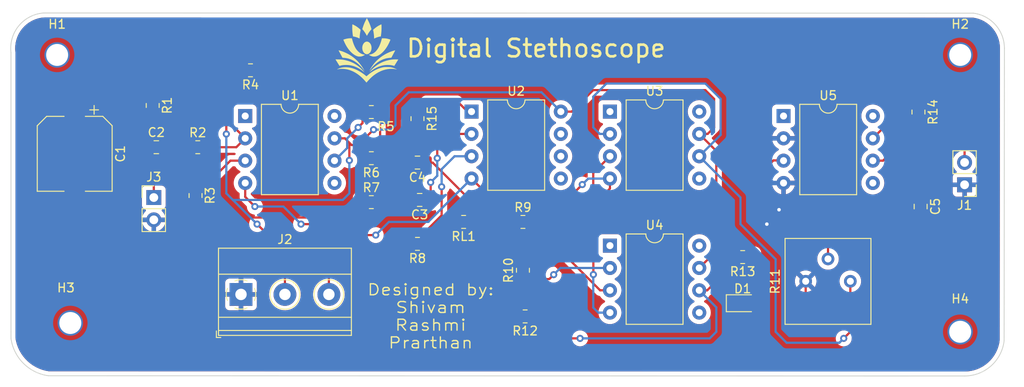
<source format=kicad_pcb>
(kicad_pcb (version 20211014) (generator pcbnew)
  (layers (0 "F.Cu" signal) (31 "B.Cu" signal) (34 "B.Paste" user) (35 "F.Paste" user) (36 "B.SilkS" user "B.Silkscreen") (37 "F.SilkS" user "F.Silkscreen") (38 "B.Mask" user) (39 "F.Mask" user) (44 "Edge.Cuts" user))
  (net 0 "")
  (net 1 "Net-(C2-Pad1)")
  (net 2 "Net-(C2-Pad2)")
  (net 3 "Net-(C3-Pad1)")
  (net 4 "Net-(C3-Pad2)")
  (net 5 "Net-(C4-Pad1)")
  (net 6 "Net-(C5-Pad1)")
  (net 7 "GND")
  (net 8 "Net-(D1-Pad1)")
  (net 9 "Net-(J1-Pad2)")
  (net 10 "9V")
  (net 11 "Net-(R2-Pad2)")
  (net 12 "Net-(R3-Pad1)")
  (net 13 "Net-(R4-Pad1)")
  (net 14 "Net-(R5-Pad1)")
  (net 15 "Net-(R8-Pad1)")
  (net 16 "Net-(R9-Pad2)")
  (net 17 "Net-(R10-Pad1)")
  (net 18 "Net-(R11-Pad1)")
  (net 19 "Net-(R11-Pad2)")
  (net 20 "Net-(R12-Pad1)")
  (net 33 "-9V")
  (footprint "Resistor_SMD:R_0805_2012Metric_Pad1.20x1.40mm_HandSolder" (layer "F.Cu") (at 101.535 85.17 180)
    (fp_text reference "R8" (at 0 -1.65) (layer "F.SilkS"))
    (fp_text value "300K")
    (pad "1" smd roundrect (at -1 0 180) (size 1.2 1.4) (layers "F.Cu" "F.Paste" "F.Mask") (roundrect_rratio 0.2083333333) (net 15 "Net-(R8-Pad1)"))
    (pad "2" smd roundrect (at 1 0 180) (size 1.2 1.4) (layers "F.Cu" "F.Paste" "F.Mask") (roundrect_rratio 0.2083333333) (net 7 "GND"))
  )
  (footprint "Resistor_SMD:R_0805_2012Metric_Pad1.20x1.40mm_HandSolder" (layer "F.Cu") (at 76.535 74.17)
    (fp_text reference "R2" (at 0 -1.65) (layer "F.SilkS"))
    (fp_text value "2.2K")
    (pad "1" smd roundrect (at -1 0) (size 1.2 1.4) (layers "F.Cu" "F.Paste" "F.Mask") (roundrect_rratio 0.2083333333) (net 2 "Net-(C2-Pad2)"))
    (pad "2" smd roundrect (at 1 0) (size 1.2 1.4) (layers "F.Cu" "F.Paste" "F.Mask") (roundrect_rratio 0.2083333333) (net 11 "Net-(R2-Pad2)"))
  )
  (footprint "Resistor_SMD:R_0805_2012Metric_Pad1.20x1.40mm_HandSolder" (layer "F.Cu") (at 96.285 70.17 180)
    (fp_text reference "R5" (at -1.666666 -1.65) (layer "F.SilkS"))
    (fp_text value "33K")
    (pad "1" smd roundrect (at -1 0 180) (size 1.2 1.4) (layers "F.Cu" "F.Paste" "F.Mask") (roundrect_rratio 0.2083333333) (net 14 "Net-(R5-Pad1)"))
    (pad "2" smd roundrect (at 1 0 180) (size 1.2 1.4) (layers "F.Cu" "F.Paste" "F.Mask") (roundrect_rratio 0.2083333333) (net 13 "Net-(R4-Pad1)"))
  )
  (footprint "Resistor_SMD:R_0805_2012Metric_Pad1.20x1.40mm_HandSolder" (layer "F.Cu") (at 82.535 65.42 180)
    (fp_text reference "R4" (at 0 -1.65) (layer "F.SilkS"))
    (fp_text value "47K")
    (pad "1" smd roundrect (at -1 0 180) (size 1.2 1.4) (layers "F.Cu" "F.Paste" "F.Mask") (roundrect_rratio 0.2083333333) (net 13 "Net-(R4-Pad1)"))
    (pad "2" smd roundrect (at 1 0 180) (size 1.2 1.4) (layers "F.Cu" "F.Paste" "F.Mask") (roundrect_rratio 0.2083333333) (net 11 "Net-(R2-Pad2)"))
  )
  (footprint "Resistor_SMD:R_0805_2012Metric_Pad1.20x1.40mm_HandSolder" (layer "F.Cu") (at 138.535 86.67 180)
    (fp_text reference "R13" (at 0 -1.65) (layer "F.SilkS"))
    (fp_text value "1K")
    (pad "1" smd roundrect (at -1 0 180) (size 1.2 1.4) (layers "F.Cu" "F.Paste" "F.Mask") (roundrect_rratio 0.2083333333) (net 8 "Net-(D1-Pad1)"))
    (pad "2" smd roundrect (at 1 0 180) (size 1.2 1.4) (layers "F.Cu" "F.Paste" "F.Mask") (roundrect_rratio 0.2083333333) (net 20 "Net-(R12-Pad1)"))
  )
  (footprint "Resistor_SMD:R_0805_2012Metric_Pad1.20x1.40mm_HandSolder" (layer "F.Cu") (at 96.285 80.42)
    (fp_text reference "R7" (at 0 -1.65) (layer "F.SilkS"))
    (fp_text value "300K")
    (pad "1" smd roundrect (at -1 0) (size 1.2 1.4) (layers "F.Cu" "F.Paste" "F.Mask") (roundrect_rratio 0.2083333333) (net 4 "Net-(C3-Pad2)"))
    (pad "2" smd roundrect (at 1 0) (size 1.2 1.4) (layers "F.Cu" "F.Paste" "F.Mask") (roundrect_rratio 0.2083333333) (net 7 "GND"))
  )
  (footprint "Connector_PinHeader_2.54mm:PinHeader_1x02_P2.54mm_Vertical" (layer "F.Cu") (at 163.785 78.445 180)
    (fp_text reference "J1" (at 0 -2.33) (layer "F.SilkS"))
    (fp_text value "Conn_01x02_Male")
    (pad "1" thru_hole rect (at 0 0 180) (size 1.7 1.7) (drill 1) (layers *.Cu *.Mask) (net 7 "GND"))
    (pad "2" thru_hole oval (at 0 2.54 180) (size 1.7 1.7) (drill 1) (layers *.Cu *.Mask) (net 9 "Net-(J1-Pad2)"))
  )
  (footprint "Resistor_SMD:R_0805_2012Metric_Pad1.20x1.40mm_HandSolder" (layer "F.Cu") (at 113.535 88.17 90)
    (fp_text reference "R10" (at 0 -1.65 90) (layer "F.SilkS"))
    (fp_text value "4.7K")
    (pad "1" smd roundrect (at -1 0 90) (size 1.2 1.4) (layers "F.Cu" "F.Paste" "F.Mask") (roundrect_rratio 0.2083333333) (net 17 "Net-(R10-Pad1)"))
    (pad "2" smd roundrect (at 1 0 90) (size 1.2 1.4) (layers "F.Cu" "F.Paste" "F.Mask") (roundrect_rratio 0.2083333333) (net 7 "GND"))
  )
  (footprint "Potentiometer_THT:Potentiometer_Bourns_3386P_Vertical" (layer "F.Cu") (at 150.785 89.42 90)
    (fp_text reference "R11" (at -0.015 -8.555 90) (layer "F.SilkS"))
    (fp_text value "5K")
    (pad "1" thru_hole circle (at 0 0 90) (size 1.44 1.44) (drill 0.8) (layers *.Cu *.Mask) (net 18 "Net-(R11-Pad1)"))
    (pad "2" thru_hole circle (at 2.54 -2.54 90) (size 1.44 1.44) (drill 0.8) (layers *.Cu *.Mask) (net 19 "Net-(R11-Pad2)"))
    (pad "3" thru_hole circle (at 0 -5.08 90) (size 1.44 1.44) (drill 0.8) (layers *.Cu *.Mask) (net 7 "GND"))
  )
  (footprint "Capacitor_SMD:C_0805_2012Metric_Pad1.18x1.45mm_HandSolder" (layer "F.Cu") (at 158.785 80.92 -90)
    (fp_text reference "C5" (at 0 -1.68 90) (layer "F.SilkS"))
    (fp_text value "100nF")
    (pad "1" smd roundrect (at -1.0375 0 270) (size 1.175 1.45) (layers "F.Cu" "F.Paste" "F.Mask") (roundrect_rratio 0.2127659574) (net 6 "Net-(C5-Pad1)"))
    (pad "2" smd roundrect (at 1.0375 0 270) (size 1.175 1.45) (layers "F.Cu" "F.Paste" "F.Mask") (roundrect_rratio 0.2127659574) (net 7 "GND"))
  )
  (footprint "Package_DIP:DIP-8_W10.16mm" (layer "F.Cu") (at 123.435 85.37)
    (fp_text reference "U4" (at 5.08 -2.33) (layer "F.SilkS"))
    (fp_text value "LM741")
    (pad "1" thru_hole rect (at 0 0) (size 1.6 1.6) (drill 0.8) (layers *.Cu *.Mask))
    (pad "2" thru_hole oval (at 0 2.54) (size 1.6 1.6) (drill 0.8) (layers *.Cu *.Mask) (net 17 "Net-(R10-Pad1)"))
    (pad "3" thru_hole oval (at 0 5.08) (size 1.6 1.6) (drill 0.8) (layers *.Cu *.Mask) (net 16 "Net-(R9-Pad2)"))
    (pad "4" thru_hole oval (at 0 7.62) (size 1.6 1.6) (drill 0.8) (layers *.Cu *.Mask) (net 33 "-9V"))
    (pad "5" thru_hole oval (at 10.16 7.62) (size 1.6 1.6) (drill 0.8) (layers *.Cu *.Mask))
    (pad "6" thru_hole oval (at 10.16 5.08) (size 1.6 1.6) (drill 0.8) (layers *.Cu *.Mask) (net 20 "Net-(R12-Pad1)"))
    (pad "7" thru_hole oval (at 10.16 2.54) (size 1.6 1.6) (drill 0.8) (layers *.Cu *.Mask) (net 10 "9V"))
    (pad "8" thru_hole oval (at 10.16 0) (size 1.6 1.6) (drill 0.8) (layers *.Cu *.Mask))
  )
  (footprint "Capacitor_SMD:CP_Elec_8x11.9" (layer "F.Cu") (at 62.535 74.92 -90)
    (fp_text reference "C1" (at 0 -5.2 90) (layer "F.SilkS"))
    (fp_text value "470uF")
    (pad "1" smd roundrect (at -3.475 0 270) (size 4.15 1.9) (layers "F.Cu" "F.Paste" "F.Mask") (roundrect_rratio 0.1315789474) (net 10 "9V"))
    (pad "2" smd roundrect (at 3.475 0 270) (size 4.15 1.9) (layers "F.Cu" "F.Paste" "F.Mask") (roundrect_rratio 0.1315789474) (net 7 "GND"))
  )
  (footprint "Resistor_SMD:R_0805_2012Metric_Pad1.20x1.40mm_HandSolder" (layer "F.Cu") (at 101.535 70.92 -90)
    (fp_text reference "R15" (at 0 -1.65 90) (layer "F.SilkS"))
    (fp_text value "300K")
    (pad "1" smd roundrect (at -1 0 270) (size 1.2 1.4) (layers "F.Cu" "F.Paste" "F.Mask") (roundrect_rratio 0.2083333333) (net 5 "Net-(C4-Pad1)"))
    (pad "2" smd roundrect (at 1 0 270) (size 1.2 1.4) (layers "F.Cu" "F.Paste" "F.Mask") (roundrect_rratio 0.2083333333) (net 3 "Net-(C3-Pad1)"))
  )
  (footprint "Package_DIP:DIP-8_W10.16mm" (layer "F.Cu") (at 107.685 70.12)
    (fp_text reference "U2" (at 5.08 -2.33) (layer "F.SilkS"))
    (fp_text value "TL082")
    (pad "1" thru_hole rect (at 0 0) (size 1.6 1.6) (drill 0.8) (layers *.Cu *.Mask) (net 5 "Net-(C4-Pad1)"))
    (pad "2" thru_hole oval (at 0 2.54) (size 1.6 1.6) (drill 0.8) (layers *.Cu *.Mask) (net 3 "Net-(C3-Pad1)"))
    (pad "3" thru_hole oval (at 0 5.08) (size 1.6 1.6) (drill 0.8) (layers *.Cu *.Mask) (net 15 "Net-(R8-Pad1)"))
    (pad "4" thru_hole oval (at 0 7.62) (size 1.6 1.6) (drill 0.8) (layers *.Cu *.Mask) (net 33 "-9V"))
    (pad "5" thru_hole oval (at 10.16 7.62) (size 1.6 1.6) (drill 0.8) (layers *.Cu *.Mask))
    (pad "6" thru_hole oval (at 10.16 5.08) (size 1.6 1.6) (drill 0.8) (layers *.Cu *.Mask))
    (pad "7" thru_hole oval (at 10.16 2.54) (size 1.6 1.6) (drill 0.8) (layers *.Cu *.Mask))
    (pad "8" thru_hole oval (at 10.16 0) (size 1.6 1.6) (drill 0.8) (layers *.Cu *.Mask) (net 10 "9V"))
  )
  (footprint "Package_DIP:DIP-8_W10.16mm" (layer "F.Cu") (at 143.185 70.62)
    (fp_text reference "U5" (at 5.08 -2.33) (layer "F.SilkS"))
    (fp_text value "LM741")
    (pad "1" thru_hole rect (at 0 0) (size 1.6 1.6) (drill 0.8) (layers *.Cu *.Mask))
    (pad "2" thru_hole oval (at 0 2.54) (size 1.6 1.6) (drill 0.8) (layers *.Cu *.Mask) (net 7 "GND"))
    (pad "3" thru_hole oval (at 0 5.08) (size 1.6 1.6) (drill 0.8) (layers *.Cu *.Mask) (net 19 "Net-(R11-Pad2)"))
    (pad "4" thru_hole oval (at 0 7.62) (size 1.6 1.6) (drill 0.8) (layers *.Cu *.Mask) (net 7 "GND"))
    (pad "5" thru_hole oval (at 10.16 7.62) (size 1.6 1.6) (drill 0.8) (layers *.Cu *.Mask))
    (pad "6" thru_hole oval (at 10.16 5.08) (size 1.6 1.6) (drill 0.8) (layers *.Cu *.Mask) (net 9 "Net-(J1-Pad2)"))
    (pad "7" thru_hole oval (at 10.16 2.54) (size 1.6 1.6) (drill 0.8) (layers *.Cu *.Mask) (net 10 "9V"))
    (pad "8" thru_hole oval (at 10.16 0) (size 1.6 1.6) (drill 0.8) (layers *.Cu *.Mask))
  )
  (footprint "Resistor_SMD:R_0805_2012Metric_Pad1.20x1.40mm_HandSolder" (layer "F.Cu") (at 158.535 70.17 -90)
    (fp_text reference "R14" (at 0 -1.65 90) (layer "F.SilkS"))
    (fp_text value "3.9Ohm")
    (pad "1" smd roundrect (at -1 0 270) (size 1.2 1.4) (layers "F.Cu" "F.Paste" "F.Mask") (roundrect_rratio 0.2083333333) (net 9 "Net-(J1-Pad2)"))
    (pad "2" smd roundrect (at 1 0 270) (size 1.2 1.4) (layers "F.Cu" "F.Paste" "F.Mask") (roundrect_rratio 0.2083333333) (net 6 "Net-(C5-Pad1)"))
  )
  (footprint "Package_DIP:DIP-8_W10.16mm" (layer "F.Cu") (at 123.435 70.12)
    (fp_text reference "U3" (at 5.08 -2.33) (layer "F.SilkS"))
    (fp_text value "LM741")
    (pad "1" thru_hole rect (at 0 0) (size 1.6 1.6) (drill 0.8) (layers *.Cu *.Mask))
    (pad "2" thru_hole oval (at 0 2.54) (size 1.6 1.6) (drill 0.8) (layers *.Cu *.Mask) (net 18 "Net-(R11-Pad1)"))
    (pad "3" thru_hole oval (at 0 5.08) (size 1.6 1.6) (drill 0.8) (layers *.Cu *.Mask) (net 5 "Net-(C4-Pad1)"))
    (pad "4" thru_hole oval (at 0 7.62) (size 1.6 1.6) (drill 0.8) (layers *.Cu *.Mask) (net 33 "-9V"))
    (pad "5" thru_hole oval (at 10.16 7.62) (size 1.6 1.6) (drill 0.8) (layers *.Cu *.Mask))
    (pad "6" thru_hole oval (at 10.16 5.08) (size 1.6 1.6) (drill 0.8) (layers *.Cu *.Mask) (net 18 "Net-(R11-Pad1)"))
    (pad "7" thru_hole oval (at 10.16 2.54) (size 1.6 1.6) (drill 0.8) (layers *.Cu *.Mask) (net 10 "9V"))
    (pad "8" thru_hole oval (at 10.16 0) (size 1.6 1.6) (drill 0.8) (layers *.Cu *.Mask))
  )
  (footprint "logo:iitdh_logo" (layer "F.Cu") (at 95.785 63.17)
    (fp_text reference "G***" hide)
    (fp_text value "LOGO" hide)
  )
  (footprint "LED_SMD:LED_0805_2012Metric_Pad1.15x1.40mm_HandSolder" (layer "F.Cu") (at 138.535 91.92)
    (fp_text reference "D1" (at 0 -1.65) (layer "F.SilkS"))
    (fp_text value "LED_Dual_Bidirectional")
    (pad "1" smd roundrect (at -1.025 0) (size 1.15 1.4) (layers "F.Cu" "F.Paste" "F.Mask") (roundrect_rratio 0.2173913043) (net 8 "Net-(D1-Pad1)"))
    (pad "2" smd roundrect (at 1.025 0) (size 1.15 1.4) (layers "F.Cu" "F.Paste" "F.Mask") (roundrect_rratio 0.2173913043) (net 7 "GND"))
  )
  (footprint "Resistor_SMD:R_0805_2012Metric_Pad1.20x1.40mm_HandSolder" (layer "F.Cu") (at 96.285 75.42 180)
    (fp_text reference "R6" (at 0 -1.65) (layer "F.SilkS"))
    (fp_text value "152K")
    (pad "1" smd roundrect (at -1 0 180) (size 1.2 1.4) (layers "F.Cu" "F.Paste" "F.Mask") (roundrect_rratio 0.2083333333) (net 14 "Net-(R5-Pad1)"))
    (pad "2" smd roundrect (at 1 0 180) (size 1.2 1.4) (layers "F.Cu" "F.Paste" "F.Mask") (roundrect_rratio 0.2083333333) (net 4 "Net-(C3-Pad2)"))
  )
  (footprint "MountingHole:MountingHole_2.5mm_Pad_TopOnly" (layer "F.Cu") (at 62.035 94.17)
    (fp_text reference "H3" (at -0.5 -4) (layer "F.SilkS"))
    (fp_text value "MountingHole")
    (pad "3" connect circle (at 0 0) (size 5 5) (layers "F.Cu" "F.Mask"))
    (pad "3" thru_hole circle (at 0 0) (size 2.9 2.9) (drill 2.5) (layers *.Cu *.Mask))
  )
  (footprint "MountingHole:MountingHole_2.5mm_Pad_TopOnly" (layer "F.Cu") (at 60.535 63.67)
    (fp_text reference "H1" (at 0 -3.5) (layer "F.SilkS"))
    (fp_text value "MountingHole")
    (pad "1" connect circle (at 0 0) (size 5 5) (layers "F.Cu" "F.Mask"))
    (pad "1" thru_hole circle (at 0 0) (size 2.9 2.9) (drill 2.5) (layers *.Cu *.Mask))
  )
  (footprint "Capacitor_SMD:C_0805_2012Metric_Pad1.18x1.45mm_HandSolder" (layer "F.Cu") (at 101.535 75.92 180)
    (fp_text reference "C4" (at 0.000002 -1.68) (layer "F.SilkS"))
    (fp_text value "10nF")
    (pad "1" smd roundrect (at -1.0375 0 180) (size 1.175 1.45) (layers "F.Cu" "F.Paste" "F.Mask") (roundrect_rratio 0.2127659574) (net 5 "Net-(C4-Pad1)"))
    (pad "2" smd roundrect (at 1.0375 0 180) (size 1.175 1.45) (layers "F.Cu" "F.Paste" "F.Mask") (roundrect_rratio 0.2127659574) (net 4 "Net-(C3-Pad2)"))
  )
  (footprint "MountingHole:MountingHole_2.5mm_Pad_TopOnly" (layer "F.Cu") (at 163.285 63.67)
    (fp_text reference "H2" (at 0 -3.5) (layer "F.SilkS"))
    (fp_text value "MountingHole")
    (pad "2" connect circle (at 0 0) (size 5 5) (layers "F.Cu" "F.Mask"))
    (pad "2" thru_hole circle (at 0 0) (size 2.9 2.9) (drill 2.5) (layers *.Cu *.Mask))
  )
  (footprint "TerminalBlock_Phoenix:TerminalBlock_Phoenix_MKDS-1,5-3_1x03_P5.00mm_Horizontal" (layer "F.Cu") (at 81.455 90.92)
    (fp_text reference "J2" (at 5 -6.26) (layer "F.SilkS"))
    (fp_text value "Screw_Terminal_01x03")
    (pad "1" thru_hole rect (at 0 0) (size 2.6 2.6) (drill 1.3) (layers *.Cu *.Mask) (net 7 "GND"))
    (pad "2" thru_hole circle (at 5 0) (size 2.6 2.6) (drill 1.3) (layers *.Cu *.Mask) (net 10 "9V"))
    (pad "3" thru_hole circle (at 10 0) (size 2.6 2.6) (drill 1.3) (layers *.Cu *.Mask) (net 33 "-9V"))
  )
  (footprint "Capacitor_SMD:C_0805_2012Metric_Pad1.18x1.45mm_HandSolder" (layer "F.Cu") (at 101.785 80.17 180)
    (fp_text reference "C3" (at 0 -1.68) (layer "F.SilkS"))
    (fp_text value "10nF")
    (pad "1" smd roundrect (at -1.0375 0 180) (size 1.175 1.45) (layers "F.Cu" "F.Paste" "F.Mask") (roundrect_rratio 0.2127659574) (net 3 "Net-(C3-Pad1)"))
    (pad "2" smd roundrect (at 1.0375 0 180) (size 1.175 1.45) (layers "F.Cu" "F.Paste" "F.Mask") (roundrect_rratio 0.2127659574) (net 4 "Net-(C3-Pad2)"))
  )
  (footprint "MountingHole:MountingHole_2.5mm_Pad_TopOnly" (layer "F.Cu") (at 163.285 95.17)
    (fp_text reference "H4" (at 0 -3.75) (layer "F.SilkS"))
    (fp_text value "MountingHole")
    (pad "4" connect circle (at 0 0) (size 5 5) (layers "F.Cu" "F.Mask"))
    (pad "4" thru_hole circle (at 0 0) (size 2.9 2.9) (drill 2.5) (layers *.Cu *.Mask))
  )
  (footprint "Package_DIP:DIP-8_W10.16mm" (layer "F.Cu") (at 81.935 70.62)
    (fp_text reference "U1" (at 5.08 -2.33) (layer "F.SilkS"))
    (fp_text value "LM741")
    (pad "1" thru_hole rect (at 0 0) (size 1.6 1.6) (drill 0.8) (layers *.Cu *.Mask))
    (pad "2" thru_hole oval (at 0 2.54) (size 1.6 1.6) (drill 0.8) (layers *.Cu *.Mask) (net 11 "Net-(R2-Pad2)"))
    (pad "3" thru_hole oval (at 0 5.08) (size 1.6 1.6) (drill 0.8) (layers *.Cu *.Mask) (net 12 "Net-(R3-Pad1)"))
    (pad "4" thru_hole oval (at 0 7.62) (size 1.6 1.6) (drill 0.8) (layers *.Cu *.Mask) (net 33 "-9V"))
    (pad "5" thru_hole oval (at 10.16 7.62) (size 1.6 1.6) (drill 0.8) (layers *.Cu *.Mask))
    (pad "6" thru_hole oval (at 10.16 5.08) (size 1.6 1.6) (drill 0.8) (layers *.Cu *.Mask) (net 13 "Net-(R4-Pad1)"))
    (pad "7" thru_hole oval (at 10.16 2.54) (size 1.6 1.6) (drill 0.8) (layers *.Cu *.Mask) (net 10 "9V"))
    (pad "8" thru_hole oval (at 10.16 0) (size 1.6 1.6) (drill 0.8) (layers *.Cu *.Mask))
  )
  (footprint "Resistor_SMD:R_0805_2012Metric_Pad1.20x1.40mm_HandSolder" (layer "F.Cu") (at 113.785 93.42 180)
    (fp_text reference "R12" (at 0 -1.65) (layer "F.SilkS"))
    (fp_text value "330K")
    (pad "1" smd roundrect (at -1 0 180) (size 1.2 1.4) (layers "F.Cu" "F.Paste" "F.Mask") (roundrect_rratio 0.2083333333) (net 20 "Net-(R12-Pad1)"))
    (pad "2" smd roundrect (at 1 0 180) (size 1.2 1.4) (layers "F.Cu" "F.Paste" "F.Mask") (roundrect_rratio 0.2083333333) (net 17 "Net-(R10-Pad1)"))
  )
  (footprint "Resistor_SMD:R_0805_2012Metric_Pad1.20x1.40mm_HandSolder" (layer "F.Cu") (at 71.41 69.42 -90)
    (fp_text reference "R1" (at 0 -1.65 90) (layer "F.SilkS"))
    (fp_text value "10K")
    (pad "1" smd roundrect (at -1 0 270) (size 1.2 1.4) (layers "F.Cu" "F.Paste" "F.Mask") (roundrect_rratio 0.2083333333) (net 10 "9V"))
    (pad "2" smd roundrect (at 1 0 270) (size 1.2 1.4) (layers "F.Cu" "F.Paste" "F.Mask") (roundrect_rratio 0.2083333333) (net 1 "Net-(C2-Pad1)"))
  )
  (footprint "Resistor_SMD:R_0805_2012Metric_Pad1.20x1.40mm_HandSolder" (layer "F.Cu") (at 76.285 79.67 -90)
    (fp_text reference "R3" (at 0 -1.65 90) (layer "F.SilkS"))
    (fp_text value "2.2K")
    (pad "1" smd roundrect (at -1 0 270) (size 1.2 1.4) (layers "F.Cu" "F.Paste" "F.Mask") (roundrect_rratio 0.2083333333) (net 12 "Net-(R3-Pad1)"))
    (pad "2" smd roundrect (at 1 0 270) (size 1.2 1.4) (layers "F.Cu" "F.Paste" "F.Mask") (roundrect_rratio 0.2083333333) (net 7 "GND"))
  )
  (footprint "Resistor_SMD:R_0805_2012Metric_Pad1.20x1.40mm_HandSolder" (layer "F.Cu") (at 113.535 82.67)
    (fp_text reference "R9" (at 0 -1.65) (layer "F.SilkS"))
    (fp_text value "2.2K")
    (pad "1" smd roundrect (at -1 0) (size 1.2 1.4) (layers "F.Cu" "F.Paste" "F.Mask") (roundrect_rratio 0.2083333333) (net 5 "Net-(C4-Pad1)"))
    (pad "2" smd roundrect (at 1 0) (size 1.2 1.4) (layers "F.Cu" "F.Paste" "F.Mask") (roundrect_rratio 0.2083333333) (net 16 "Net-(R9-Pad2)"))
  )
  (footprint "Connector_PinHeader_2.54mm:PinHeader_1x02_P2.54mm_Vertical" (layer "F.Cu") (at 71.535 79.895)
    (fp_text reference "J3" (at 0 -2.33) (layer "F.SilkS"))
    (fp_text value "Conn_01x02_Male")
    (pad "1" thru_hole rect (at 0 0) (size 1.7 1.7) (drill 1) (layers *.Cu *.Mask) (net 1 "Net-(C2-Pad1)"))
    (pad "2" thru_hole oval (at 0 2.54) (size 1.7 1.7) (drill 1) (layers *.Cu *.Mask) (net 7 "GND"))
  )
  (footprint "Capacitor_SMD:C_0805_2012Metric_Pad1.18x1.45mm_HandSolder" (layer "F.Cu") (at 71.8225 74.17)
    (fp_text reference "C2" (at 0 -1.68) (layer "F.SilkS"))
    (fp_text value "47nF")
    (pad "1" smd roundrect (at -1.0375 0) (size 1.175 1.45) (layers "F.Cu" "F.Paste" "F.Mask") (roundrect_rratio 0.2127659574) (net 1 "Net-(C2-Pad1)"))
    (pad "2" smd roundrect (at 1.0375 0) (size 1.175 1.45) (layers "F.Cu" "F.Paste" "F.Mask") (roundrect_rratio 0.2127659574) (net 2 "Net-(C2-Pad2)"))
  )
  (footprint "Resistor_SMD:R_0805_2012Metric_Pad1.20x1.40mm_HandSolder" (layer "F.Cu") (at 106.785 82.67 180)
    (fp_text reference "RL1" (at 0 -1.65) (layer "F.SilkS"))
    (fp_text value "10K")
    (pad "1" smd roundrect (at -1 0 180) (size 1.2 1.4) (layers "F.Cu" "F.Paste" "F.Mask") (roundrect_rratio 0.2083333333) (net 5 "Net-(C4-Pad1)"))
    (pad "2" smd roundrect (at 1 0 180) (size 1.2 1.4) (layers "F.Cu" "F.Paste" "F.Mask") (roundrect_rratio 0.2083333333) (net 7 "GND"))
  )
  (gr_line (start 59.535 100.17) (end 163.785 100.197692) (layer "Edge.Cuts") (width 0.1))
  (gr_line (start 55.285 95.17) (end 55.285001 95.92) (layer "Edge.Cuts") (width 0.1))
  (gr_line (start 168.316128 62.92) (end 168.285 96.17) (layer "Edge.Cuts") (width 0.1))
  (gr_arc (start 59.535 100.17) (mid 56.696331 98.75867) (end 55.285001 95.92) (layer "Edge.Cuts") (width 0.1))
  (gr_line (start 160.535 58.92) (end 164.785 58.92) (layer "Edge.Cuts") (width 0.1))
  (gr_arc (start 55.285001 63.42) (mid 56.181176 60.34779) (end 59.033545 58.896722) (layer "Edge.Cuts") (width 0.1))
  (gr_line (start 55.285001 63.42) (end 55.285 95.17) (layer "Edge.Cuts") (width 0.1))
  (gr_arc (start 168.284999 96.17) (mid 166.804615 99.04371) (end 163.785 100.197692) (layer "Edge.Cuts") (width 0.1))
  (gr_arc (start 164.785 58.920001) (mid 167.307049 60.252189) (end 168.316128 62.92) (layer "Edge.Cuts") (width 0.1))
  (gr_line (start 59.033545 58.896722) (end 160.535 58.92) (layer "Edge.Cuts") (width 0.1))
  (gr_text "Designed by:\nShivam\nRashmi\nPrarthan\n\n\n" (at 103.035 95.42) (layer "F.SilkS") (effects (font (size 1.25 1.5))))
  (gr_text "Digital Stethoscope" (at 115.035 62.92) (layer "F.SilkS") (effects (font (size 2 2) (thickness 0.3))))
  (segment (start 70.035 76.92) (end 71.535 78.42) (width 0.25) (layer "F.Cu") (net 1))
  (segment (start 69.785 73.17) (end 70.785 74.17) (width 0.25) (layer "F.Cu") (net 1))
  (segment (start 69.785 70.92) (end 69.785 73.17) (width 0.25) (layer "F.Cu") (net 1))
  (segment (start 70.785 74.17) (end 70.035 74.92) (width 0.25) (layer "F.Cu") (net 1))
  (segment (start 71.41 70.42) (end 70.285 70.42) (width 0.25) (layer "F.Cu") (net 1))
  (segment (start 71.535 78.42) (end 71.535 79.895) (width 0.25) (layer "F.Cu") (net 1))
  (segment (start 70.285 70.42) (end 69.785 70.92) (width 0.25) (layer "F.Cu") (net 1))
  (segment (start 70.035 74.92) (end 70.035 76.92) (width 0.25) (layer "F.Cu") (net 1))
  (segment (start 72.86 74.17) (end 75.535 74.17) (width 0.25) (layer "F.Cu") (net 2))
  (segment (start 103.035 78.17) (end 103.035 79.9575) (width 0.25) (layer "F.Cu") (net 3))
  (segment (start 103.785 74.17) (end 103.785 75.42) (width 0.25) (layer "F.Cu") (net 3))
  (segment (start 101.535 71.92) (end 102.275 72.66) (width 0.25) (layer "F.Cu") (net 3))
  (segment (start 101.535 71.92) (end 103.785 74.17) (width 0.25) (layer "F.Cu") (net 3))
  (segment (start 102.275 72.66) (end 107.685 72.66) (width 0.25) (layer "F.Cu") (net 3))
  (segment (start 103.035 79.9575) (end 102.8225 80.17) (width 0.25) (layer "F.Cu") (net 3))
  (via (at 103.785 75.42) (size 0.8) (drill 0.4) (layers "F.Cu" "B.Cu") (net 3))
  (via (at 103.035 78.17) (size 0.8) (drill 0.4) (layers "F.Cu" "B.Cu") (net 3))
  (segment (start 103.785 77.42) (end 103.035 78.17) (width 0.25) (layer "B.Cu") (net 3))
  (segment (start 103.785 75.42) (end 103.785 77.42) (width 0.25) (layer "B.Cu") (net 3))
  (segment (start 100.4975 75.92) (end 99.2475 77.17) (width 0.25) (layer "F.Cu") (net 4))
  (segment (start 99.2475 77.6325) (end 99.2475 78.67) (width 0.25) (layer "F.Cu") (net 4))
  (segment (start 95.785 77.17) (end 96.785 78.17) (width 0.25) (layer "F.Cu") (net 4))
  (segment (start 99.2475 77.17) (end 99.2475 77.6325) (width 0.25) (layer "F.Cu") (net 4))
  (segment (start 95.285 75.42) (end 95.785 75.92) (width 0.25) (layer "F.Cu") (net 4))
  (segment (start 95.785 75.92) (end 95.785 77.17) (width 0.25) (layer "F.Cu") (net 4))
  (segment (start 96.785 78.17) (end 98.71 78.17) (width 0.25) (layer "F.Cu") (net 4))
  (segment (start 99.2475 78.67) (end 100.7475 80.17) (width 0.25) (layer "F.Cu") (net 4))
  (segment (start 95.285 80.42) (end 95.285 75.42) (width 0.25) (layer "F.Cu") (net 4))
  (segment (start 98.71 78.17) (end 99.2475 77.6325) (width 0.25) (layer "F.Cu") (net 4))
  (segment (start 119.535 81.17) (end 121.535 79.17) (width 0.25) (layer "F.Cu") (net 5))
  (segment (start 112.535 81.92) (end 113.285 81.17) (width 0.25) (layer "F.Cu") (net 5))
  (segment (start 107.785 80.445305) (end 107.785 82.67) (width 0.25) (layer "F.Cu") (net 5))
  (segment (start 107.785 82.67) (end 112.535 82.67) (width 0.25) (layer "F.Cu") (net 5))
  (segment (start 100.285 73.6325) (end 102.5725 75.92) (width 0.25) (layer "F.Cu") (net 5))
  (segment (start 121.535 79.17) (end 121.535 77.1) (width 0.25) (layer "F.Cu") (net 5))
  (segment (start 121.535 77.1) (end 123.435 75.2) (width 0.25) (layer "F.Cu") (net 5))
  (segment (start 103.259695 75.92) (end 107.785 80.445305) (width 0.25) (layer "F.Cu") (net 5))
  (segment (start 101.535 69.92) (end 100.285 71.17) (width 0.25) (layer "F.Cu") (net 5))
  (segment (start 107.685 70.12) (end 107.235 70.12) (width 0.25) (layer "F.Cu") (net 5))
  (segment (start 106.035 68.92) (end 102.535 68.92) (width 0.25) (layer "F.Cu") (net 5))
  (segment (start 102.5725 75.92) (end 103.259695 75.92) (width 0.25) (layer "F.Cu") (net 5))
  (segment (start 107.235 70.12) (end 106.035 68.92) (width 0.25) (layer "F.Cu") (net 5))
  (segment (start 102.535 68.92) (end 101.535 69.92) (width 0.25) (layer "F.Cu") (net 5))
  (segment (start 100.285 71.17) (end 100.285 73.6325) (width 0.25) (layer "F.Cu") (net 5))
  (segment (start 112.535 82.67) (end 112.535 81.92) (width 0.25) (layer "F.Cu") (net 5))
  (segment (start 113.285 81.17) (end 119.535 81.17) (width 0.25) (layer "F.Cu") (net 5))
  (segment (start 158.535 71.17) (end 158.535 79.6325) (width 0.25) (layer "F.Cu") (net 6))
  (segment (start 158.535 79.6325) (end 158.785 79.8825) (width 0.25) (layer "F.Cu") (net 6))
  (segment (start 74.52 87.905) (end 77.535 90.92) (width 0.25) (layer "F.Cu") (net 7))
  (segment (start 143.185 80.77) (end 142.672299 81.282701) (width 0.25) (layer "F.Cu") (net 7))
  (segment (start 97.285 82.92) (end 99.535 85.17) (width 0.25) (layer "F.Cu") (net 7))
  (segment (start 105.785 87.17) (end 104.785 86.17) (width 0.25) (layer "F.Cu") (net 7))
  (segment (start 120.535 90.92) (end 120.535 94.42) (width 0.25) (layer "F.Cu") (net 7))
  (segment (start 122.535 96.42) (end 137.535 96.42) (width 0.25) (layer "F.Cu") (net 7))
  (segment (start 143.185 80.77) (end 143.185 78.24) (width 0.25) (layer "F.Cu") (net 7))
  (segment (start 139.56 91.92) (end 140.285 91.92) (width 0.25) (layer "F.Cu") (net 7))
  (segment (start 62.535 78.395) (end 62.535 79.17) (width 0.25) (layer "F.Cu") (net 7))
  (segment (start 116.785 87.17) (end 120.535 90.92) (width 0.25) (layer "F.Cu") (net 7))
  (segment (start 74.52 82.435) (end 74.52 87.905) (width 0.25) (layer "F.Cu") (net 7))
  (segment (start 139.56 94.195) (end 141.285 95.92) (width 0.25) (layer "F.Cu") (net 7))
  (segment (start 95.535 82.17) (end 97.285 80.42) (width 0.25) (layer "F.Cu") (net 7))
  (segment (start 104.785 85.92) (end 104.785 86.17) (width 0.25) (layer "F.Cu") (net 7))
  (segment (start 62.535 79.17) (end 65.8 82.435) (width 0.25) (layer "F.Cu") (net 7))
  (segment (start 145.705 95.25) (end 145.705 89.42) (width 0.25) (layer "F.Cu") (net 7))
  (segment (start 105.785 82.67) (end 104.785 83.67) (width 0.25) (layer "F.Cu") (net 7))
  (segment (start 139.56 94.395) (end 139.56 94.195) (width 0.25) (layer "F.Cu") (net 7))
  (segment (start 145.035 95.92) (end 145.705 95.25) (width 0.25) (layer "F.Cu") (net 7))
  (segment (start 158.785 81.9575) (end 157.9975 81.17) (width 0.25) (layer "F.Cu") (net 7))
  (segment (start 141.285 95.92) (end 145.035 95.92) (width 0.25) (layer "F.Cu") (net 7))
  (segment (start 143.585 81.17) (end 143.185 80.77) (width 0.25) (layer "F.Cu") (net 7))
  (segment (start 137.535 96.42) (end 139.56 94.395) (width 0.25) (layer "F.Cu") (net 7))
  (segment (start 162.2975 78.445) (end 163.785 78.445) (width 0.25) (layer "F.Cu") (net 7))
  (segment (start 101.785 87.17) (end 100.535 85.92) (width 0.25) (layer "F.Cu") (net 7))
  (segment (start 74.52 82.435) (end 71.535 82.435) (width 0.25) (layer "F.Cu") (net 7))
  (segment (start 120.535 94.42) (end 122.535 96.42) (width 0.25) (layer "F.Cu") (net 7))
  (segment (start 104.785 86.17) (end 103.785 87.17) (width 0.25) (layer "F.Cu") (net 7))
  (segment (start 103.785 87.17) (end 101.785 87.17) (width 0.25) (layer "F.Cu") (net 7))
  (segment (start 113.535 87.17) (end 105.785 87.17) (width 0.25) (layer "F.Cu") (net 7))
  (segment (start 157.9975 81.17) (end 143.585 81.17) (width 0.25) (layer "F.Cu") (net 7))
  (segment (start 139.56 94.195) (end 139.56 91.92) (width 0.25) (layer "F.Cu") (net 7))
  (segment (start 140.285 91.92) (end 141.285 90.92) (width 0.25) (layer "F.Cu") (net 7))
  (segment (start 158.785 81.9575) (end 162.2975 78.445) (width 0.25) (layer "F.Cu") (net 7))
  (segment (start 65.8 82.435) (end 71.535 82.435) (width 0.25) (layer "F.Cu") (net 7))
  (segment (start 82.285 82.17) (end 95.535 82.17) (width 0.25) (layer "F.Cu") (net 7))
  (segment (start 104.785 83.67) (end 104.785 85.92) (width 0.25) (layer "F.Cu") (net 7))
  (segment (start 81.455 83) (end 82.285 82.17) (width 0.25) (layer "F.Cu") (net 7))
  (segment (start 77.535 90.92) (end 81.455 90.92) (width 0.25) (layer "F.Cu") (net 7))
  (segment (start 113.535 87.17) (end 116.785 87.17) (width 0.25) (layer "F.Cu") (net 7))
  (segment (start 76.285 80.67) (end 74.52 82.435) (width 0.25) (layer "F.Cu") (net 7))
  (segment (start 81.455 83) (end 81.455 90.92) (width 0.25) (layer "F.Cu") (net 7))
  (segment (start 100.535 85.92) (end 100.535 85.17) (width 0.25) (layer "F.Cu") (net 7))
  (segment (start 99.535 85.17) (end 100.535 85.17) (width 0.25) (layer "F.Cu") (net 7))
  (segment (start 141.285 90.92) (end 141.285 82.92) (width 0.25) (layer "F.Cu") (net 7))
  (segment (start 97.285 80.42) (end 97.285 82.92) (width 0.25) (layer "F.Cu") (net 7))
  (via (at 142.672299 81.282701) (size 0.8) (drill 0.4) (layers "F.Cu" "B.Cu") (net 7))
  (via (at 141.285 82.92) (size 0.8) (drill 0.4) (layers "F.Cu" "B.Cu") (net 7))
  (segment (start 141.285 82.67) (end 142.672299 81.282701) (width 0.25) (layer "B.Cu") (net 7))
  (segment (start 143.185 73.16) (end 142.045 73.16) (width 0.25) (layer "B.Cu") (net 7))
  (segment (start 142.045 73.16) (end 141.535 73.67) (width 0.25) (layer "B.Cu") (net 7))
  (segment (start 141.535 77.67) (end 142.105 78.24) (width 0.25) (layer "B.Cu") (net 7))
  (segment (start 141.285 82.92) (end 141.285 82.67) (width 0.25) (layer "B.Cu") (net 7))
  (segment (start 142.105 78.24) (end 143.185 78.24) (width 0.25) (layer "B.Cu") (net 7))
  (segment (start 141.535 73.67) (end 141.535 77.67) (width 0.25) (layer "B.Cu") (net 7))
  (segment (start 139.535 88.67) (end 139.535 86.67) (width 0.25) (layer "F.Cu") (net 8))
  (segment (start 137.51 91.92) (end 137.51 90.695) (width 0.25) (layer "F.Cu") (net 8))
  (segment (start 137.51 90.695) (end 139.535 88.67) (width 0.25) (layer "F.Cu") (net 8))
  (segment (start 157.285 69.17) (end 158.535 69.17) (width 0.25) (layer "F.Cu") (net 9))
  (segment (start 163.785 74.42) (end 163.785 75.905) (width 0.25) (layer "F.Cu") (net 9))
  (segment (start 154.505 75.7) (end 156.035 74.17) (width 0.25) (layer "F.Cu") (net 9))
  (segment (start 153.345 75.7) (end 154.505 75.7) (width 0.25) (layer "F.Cu") (net 9))
  (segment (start 156.035 70.42) (end 157.285 69.17) (width 0.25) (layer "F.Cu") (net 9))
  (segment (start 158.535 69.17) (end 163.785 74.42) (width 0.25) (layer "F.Cu") (net 9))
  (segment (start 156.035 74.17) (end 156.035 70.42) (width 0.25) (layer "F.Cu") (net 9))
  (segment (start 79.035 69.17) (end 79.785 69.92) (width 0.25) (layer "F.Cu") (net 10))
  (segment (start 135.535 85.97) (end 135.535 74.6) (width 0.25) (layer "F.Cu") (net 10))
  (segment (start 117.845 70.12) (end 119.085 70.12) (width 0.25) (layer "F.Cu") (net 10))
  (segment (start 86.455 86.09) (end 83.285 82.92) (width 0.25) (layer "F.Cu") (net 10))
  (segment (start 138.035 75.67) (end 140.035 73.67) (width 0.25) (layer "F.Cu") (net 10))
  (segment (start 134.545 72.66) (end 133.595 72.66) (width 0.25) (layer "F.Cu") (net 10))
  (segment (start 78.285 68.42) (end 79.035 69.17) (width 0.25) (layer "F.Cu") (net 10))
  (segment (start 121.535 67.67) (end 134.285 67.67) (width 0.25) (layer "F.Cu") (net 10))
  (segment (start 134.285 67.67) (end 135.285 68.67) (width 0.25) (layer "F.Cu") (net 10))
  (segment (start 140.035 73.67) (end 140.035 68.92) (width 0.25) (layer "F.Cu") (net 10))
  (segment (start 86.455 90.92) (end 86.455 86.09) (width 0.25) (layer "F.Cu") (net 10))
  (segment (start 140.035 68.92) (end 141.785 67.17) (width 0.25) (layer "F.Cu") (net 10))
  (segment (start 135.535 74.6) (end 136.605 75.67) (width 0.25) (layer "F.Cu") (net 10))
  (segment (start 135.285 71.92) (end 134.545 72.66) (width 0.25) (layer "F.Cu") (net 10))
  (segment (start 155.285 71.22) (end 153.345 73.16) (width 0.25) (layer "F.Cu") (net 10))
  (segment (start 93.785 73.67) (end 94.035 73.92) (width 0.25) (layer "F.Cu") (net 10))
  (segment (start 135.535 74.6) (end 133.595 72.66) (width 0.25) (layer "F.Cu") (net 10))
  (segment (start 79.785 70.17) (end 79.785 72.67) (width 0.25) (layer "F.Cu") (net 10))
  (segment (start 155.285 68.67) (end 155.285 71.22) (width 0.25) (layer "F.Cu") (net 10))
  (segment (start 93.785 75.67) (end 93.785 73.67) (width 0.25) (layer "F.Cu") (net 10))
  (segment (start 94.035 73.92) (end 94.785 73.92) (width 0.25) (layer "F.Cu") (net 10))
  (segment (start 94.785 73.92) (end 96.535 72.17) (width 0.25) (layer "F.Cu") (net 10))
  (segment (start 119.085 70.12) (end 121.535 67.67) (width 0.25) (layer "F.Cu") (net 10))
  (segment (start 62.535 71.17) (end 65.285 68.42) (width 0.25) (layer "F.Cu") (net 10))
  (segment (start 93.785 73.67) (end 93.275 73.16) (width 0.25) (layer "F.Cu") (net 10))
  (segment (start 79.785 69.92) (end 79.785 70.17) (width 0.25) (layer "F.Cu") (net 10))
  (segment (start 133.595 87.91) (end 135.535 85.97) (width 0.25) (layer "F.Cu") (net 10))
  (segment (start 65.285 68.42) (end 71.41 68.42) (width 0.25) (layer "F.Cu") (net 10))
  (segment (start 141.785 67.17) (end 153.785 67.17) (width 0.25) (layer "F.Cu") (net 10))
  (segment (start 71.41 68.42) (end 78.285 68.42) (width 0.25) (layer "F.Cu") (net 10))
  (segment (start 136.605 75.67) (end 138.035 75.67) (width 0.25) (layer "F.Cu") (net 10))
  (segment (start 93.275 73.16) (end 92.095 73.16) (width 0.25) (layer "F.Cu") (net 10))
  (segment (start 153.785 67.17) (end 155.285 68.67) (width 0.25) (layer "F.Cu") (net 10))
  (segment (start 135.285 68.67) (end 135.285 71.92) (width 0.25) (layer "F.Cu") (net 10))
  (via (at 83.285 82.92) (size 0.8) (drill 0.4) (layers "F.Cu" "B.Cu") (net 10))
  (via (at 96.535 72.17) (size 0.8) (drill 0.4) (layers "F.Cu" "B.Cu") (net 10))
  (via (at 79.785 72.67) (size 0.8) (drill 0.4) (layers "F.Cu" "B.Cu") (net 10))
  (via (at 93.785 75.67) (size 0.8) (drill 0.4) (layers "F.Cu" "B.Cu") (net 10))
  (segment (start 98.535 72.17) (end 99.035 71.67) (width 0.25) (layer "B.Cu") (net 10))
  (segment (start 93.785 79.42) (end 93.035 80.17) (width 0.25) (layer "B.Cu") (net 10))
  (segment (start 99.035 71.67) (end 99.035 69.42) (width 0.25) (layer "B.Cu") (net 10))
  (segment (start 99.035 69.42) (end 100.535 67.92) (width 0.25) (layer "B.Cu") (net 10))
  (segment (start 100.535 67.92) (end 115.645 67.92) (width 0.25) (layer "B.Cu") (net 10))
  (segment (start 80.535 80.17) (end 79.785 79.42) (width 0.25) (layer "B.Cu") (net 10))
  (segment (start 93.035 80.17) (end 80.535 80.17) (width 0.25) (layer "B.Cu") (net 10))
  (segment (start 79.785 79.42) (end 79.785 72.67) (width 0.25) (layer "B.Cu") (net 10))
  (segment (start 93.785 75.67) (end 93.785 79.42) (width 0.25) (layer "B.Cu") (net 10))
  (segment (start 83.285 82.92) (end 80.535 80.17) (width 0.25) (layer "B.Cu") (net 10))
  (segment (start 115.645 67.92) (end 117.845 70.12) (width 0.25) (layer "B.Cu") (net 10))
  (segment (start 96.535 72.17) (end 98.535 72.17) (width 0.25) (layer "B.Cu") (net 10))
  (segment (start 80.285 71.51) (end 81.935 73.16) (width 0.25) (layer "F.Cu") (net 11))
  (segment (start 77.535 74.17) (end 80.925 74.17) (width 0.25) (layer "F.Cu") (net 11))
  (segment (start 80.285 67.92) (end 81.535 66.67) (width 0.25) (layer "F.Cu") (net 11))
  (segment (start 80.925 74.17) (end 81.935 73.16) (width 0.25) (layer "F.Cu") (net 11))
  (segment (start 81.535 66.67) (end 81.535 65.42) (width 0.25) (layer "F.Cu") (net 11))
  (segment (start 80.285 67.92) (end 80.285 71.51) (width 0.25) (layer "F.Cu") (net 11))
  (segment (start 80.255 75.7) (end 81.935 75.7) (width 0.25) (layer "F.Cu") (net 12))
  (segment (start 76.285 78.67) (end 77.285 78.67) (width 0.25) (layer "F.Cu") (net 12))
  (segment (start 77.285 78.67) (end 80.255 75.7) (width 0.25) (layer "F.Cu") (net 12))
  (segment (start 95.285 70.17) (end 95.285 71.42) (width 0.25) (layer "F.Cu") (net 13))
  (segment (start 95.285 71.42) (end 94.785 71.92) (width 0.25) (layer "F.Cu") (net 13))
  (segment (start 92.285 67.17) (end 85.285 67.17) (width 0.25) (layer "F.Cu") (net 13))
  (segment (start 85.285 67.17) (end 83.535 65.42) (width 0.25) (layer "F.Cu") (net 13))
  (segment (start 95.285 70.17) (end 92.285 67.17) (width 0.25) (layer "F.Cu") (net 13))
  (via (at 94.785 71.92) (size 0.8) (drill 0.4) (layers "F.Cu" "B.Cu") (net 13))
  (segment (start 93.535 74.26) (end 92.095 75.7) (width 0.25) (layer "B.Cu") (net 13))
  (segment (start 93.535 73.17) (end 93.535 74.26) (width 0.25) (layer "B.Cu") (net 13))
  (segment (start 94.785 71.92) (end 93.535 73.17) (width 0.25) (layer "B.Cu") (net 13))
  (segment (start 97.285 75.42) (end 97.285 70.17) (width 0.25) (layer "F.Cu") (net 14))
  (segment (start 102.535 85.17) (end 102.535 83.67) (width 0.25) (layer "F.Cu") (net 15))
  (segment (start 102.535 83.67) (end 104.285 81.92) (width 0.25) (layer "F.Cu") (net 15))
  (segment (start 104.285 81.92) (end 104.285 78.67) (width 0.25) (layer "F.Cu") (net 15))
  (via (at 104.285 78.67) (size 0.8) (drill 0.4) (layers "F.Cu" "B.Cu") (net 15))
  (segment (start 105.755 75.2) (end 107.685 75.2) (width 0.25) (layer "B.Cu") (net 15))
  (segment (start 104.285 78.67) (end 104.285 76.67) (width 0.25) (layer "B.Cu") (net 15))
  (segment (start 104.285 76.67) (end 105.755 75.2) (width 0.25) (layer "B.Cu") (net 15))
  (segment (start 122.315 90.45) (end 123.435 90.45) (width 0.25) (layer "F.Cu") (net 16))
  (segment (start 114.535 82.67) (end 122.315 90.45) (width 0.25) (layer "F.Cu") (net 16))
  (segment (start 116.535 89.17) (end 117.035 88.67) (width 0.25) (layer "F.Cu") (net 17))
  (segment (start 111.535 89.92) (end 111.535 92.92) (width 0.25) (layer "F.Cu") (net 17))
  (segment (start 111.535 92.92) (end 112.035 93.42) (width 0.25) (layer "F.Cu") (net 17))
  (segment (start 113.535 89.17) (end 116.535 89.17) (width 0.25) (layer "F.Cu") (net 17))
  (segment (start 113.535 89.17) (end 112.285 89.17) (width 0.25) (layer "F.Cu") (net 17))
  (segment (start 112.035 93.42) (end 112.785 93.42) (width 0.25) (layer "F.Cu") (net 17))
  (segment (start 112.285 89.17) (end 111.535 89.92) (width 0.25) (layer "F.Cu") (net 17))
  (via (at 117.035 88.67) (size 0.8) (drill 0.4) (layers "F.Cu" "B.Cu") (net 17))
  (segment (start 117.035 88.67) (end 117.795 87.91) (width 0.25) (layer "B.Cu") (net 17))
  (segment (start 117.795 87.91) (end 123.435 87.91) (width 0.25) (layer "B.Cu") (net 17))
  (segment (start 150.785 95.17) (end 150.785 89.42) (width 0.25) (layer "F.Cu") (net 18))
  (segment (start 150.035 95.92) (end 150.785 95.17) (width 0.25) (layer "F.Cu") (net 18))
  (via (at 150.035 95.92) (size 0.8) (drill 0.4) (layers "F.Cu" "B.Cu") (net 18))
  (segment (start 122.275 72.66) (end 123.435 72.66) (width 0.25) (layer "B.Cu") (net 18))
  (segment (start 133.595 75.2) (end 136.035 72.76) (width 0.25) (layer "B.Cu") (net 18))
  (segment (start 121.535 68.42) (end 121.535 71.92) (width 0.25) (layer "B.Cu") (net 18))
  (segment (start 136.035 72.76) (end 136.035 68.67) (width 0.25) (layer "B.Cu") (net 18))
  (segment (start 143.535 96.42) (end 149.535 96.42) (width 0.25) (layer "B.Cu") (net 18))
  (segment (start 142.285 86.92) (end 142.285 95.17) (width 0.25) (layer "B.Cu") (net 18))
  (segment (start 136.035 68.67) (end 134.285 66.92) (width 0.25) (layer "B.Cu") (net 18))
  (segment (start 138.285 79.89) (end 138.285 82.92) (width 0.25) (layer "B.Cu") (net 18))
  (segment (start 133.595 75.2) (end 138.285 79.89) (width 0.25) (layer "B.Cu") (net 18))
  (segment (start 123.035 66.92) (end 121.535 68.42) (width 0.25) (layer "B.Cu") (net 18))
  (segment (start 142.285 95.17) (end 143.535 96.42) (width 0.25) (layer "B.Cu") (net 18))
  (segment (start 149.535 96.42) (end 150.035 95.92) (width 0.25) (layer "B.Cu") (net 18))
  (segment (start 138.285 82.92) (end 142.285 86.92) (width 0.25) (layer "B.Cu") (net 18))
  (segment (start 121.535 71.92) (end 122.275 72.66) (width 0.25) (layer "B.Cu") (net 18))
  (segment (start 134.285 66.92) (end 123.035 66.92) (width 0.25) (layer "B.Cu") (net 18))
  (segment (start 142.535 82.17) (end 147.285 82.17) (width 0.25) (layer "F.Cu") (net 19))
  (segment (start 141.035 76.67) (end 142.035 75.67) (width 0.25) (layer "F.Cu") (net 19))
  (segment (start 147.285 82.17) (end 148.285 83.17) (width 0.25) (layer "F.Cu") (net 19))
  (segment (start 148.245 83.21) (end 148.245 86.88) (width 0.25) (layer "F.Cu") (net 19))
  (segment (start 143.155 75.67) (end 143.185 75.7) (width 0.25) (layer "F.Cu") (net 19))
  (segment (start 148.285 83.17) (end 148.245 83.21) (width 0.25) (layer "F.Cu") (net 19))
  (segment (start 142.535 82.17) (end 141.035 80.67) (width 0.25) (layer "F.Cu") (net 19))
  (segment (start 141.035 80.67) (end 141.035 76.67) (width 0.25) (layer "F.Cu") (net 19))
  (segment (start 142.035 75.67) (end 143.155 75.67) (width 0.25) (layer "F.Cu") (net 19))
  (segment (start 134.505 90.45) (end 133.595 90.45) (width 0.25) (layer "F.Cu") (net 20))
  (segment (start 135.785 87.42) (end 135.785 89.17) (width 0.25) (layer "F.Cu") (net 20))
  (segment (start 136.535 86.67) (end 135.785 87.42) (width 0.25) (layer "F.Cu") (net 20))
  (segment (start 135.785 89.17) (end 134.505 90.45) (width 0.25) (layer "F.Cu") (net 20))
  (segment (start 118.285 95.92) (end 115.785 93.42) (width 0.25) (layer "F.Cu") (net 20))
  (segment (start 137.535 86.67) (end 136.535 86.67) (width 0.25) (layer "F.Cu") (net 20))
  (segment (start 115.785 93.42) (end 114.785 93.42) (width 0.25) (layer "F.Cu") (net 20))
  (segment (start 120.035 95.92) (end 118.285 95.92) (width 0.25) (layer "F.Cu") (net 20))
  (via (at 120.035 95.92) (size 0.8) (drill 0.4) (layers "F.Cu" "B.Cu") (net 20))
  (segment (start 133.595 90.45) (end 135.535 92.39) (width 0.25) (layer "B.Cu") (net 20))
  (segment (start 135.535 92.39) (end 135.535 95.17) (width 0.25) (layer "B.Cu") (net 20))
  (segment (start 134.785 95.92) (end 120.035 95.92) (width 0.25) (layer "B.Cu") (net 20))
  (segment (start 135.535 95.17) (end 134.785 95.92) (width 0.25) (layer "B.Cu") (net 20))
  (segment (start 123.435 77.74) (end 123.435 78.87137) (width 0.25) (layer "F.Cu") (net 33))
  (segment (start 123.435 78.87137) (end 121.547299 80.759071) (width 0.25) (layer "F.Cu") (net 33))
  (segment (start 118.785 79.92) (end 120.285 78.42) (width 0.25) (layer "F.Cu") (net 33))
  (segment (start 121.547299 80.759071) (end 121.547299 88.657701) (width 0.25) (layer "F.Cu") (net 33))
  (segment (start 91.455 90.92) (end 91.455 85.5) (width 0.25) (layer "F.Cu") (net 33))
  (segment (start 92.785 84.17) (end 96.785 84.17) (width 0.25) (layer "F.Cu") (net 33))
  (segment (start 107.685 77.74) (end 109.865 79.92) (width 0.25) (layer "F.Cu") (net 33))
  (segment (start 83.035 80.92) (end 81.935 79.82) (width 0.25) (layer "F.Cu") (net 33))
  (segment (start 81.935 79.82) (end 81.935 78.24) (width 0.25) (layer "F.Cu") (net 33))
  (segment (start 109.865 79.92) (end 110.035 79.92) (width 0.25) (layer "F.Cu") (net 33))
  (segment (start 91.455 85.5) (end 92.785 84.17) (width 0.25) (layer "F.Cu") (net 33))
  (segment (start 91.535 82.92) (end 92.785 84.17) (width 0.25) (layer "F.Cu") (net 33))
  (segment (start 88.285 82.92) (end 91.535 82.92) (width 0.25) (layer "F.Cu") (net 33))
  (segment (start 110.035 79.92) (end 118.785 79.92) (width 0.25) (layer "F.Cu") (net 33))
  (via (at 88.285 82.92) (size 0.8) (drill 0.4) (layers "F.Cu" "B.Cu") (net 33))
  (via (at 121.547299 88.657701) (size 0.8) (drill 0.4) (layers "F.Cu" "B.Cu") (net 33))
  (via (at 120.285 78.42) (size 0.8) (drill 0.4) (layers "F.Cu" "B.Cu") (net 33))
  (via (at 96.785 84.17) (size 0.8) (drill 0.4) (layers "F.Cu" "B.Cu") (net 33))
  (via (at 83.035 80.92) (size 0.8) (drill 0.4) (layers "F.Cu" "B.Cu") (net 33))
  (segment (start 120.965 77.74) (end 123.435 77.74) (width 0.25) (layer "B.Cu") (net 33))
  (segment (start 122.105 92.99) (end 123.435 92.99) (width 0.25) (layer "B.Cu") (net 33))
  (segment (start 98.285 82.67) (end 102.785 82.67) (width 0.25) (layer "B.Cu") (net 33))
  (segment (start 102.785 82.67) (end 102.785 82.64) (width 0.25) (layer "B.Cu") (net 33))
  (segment (start 102.785 82.64) (end 107.685 77.74) (width 0.25) (layer "B.Cu") (net 33))
  (segment (start 86.535 81.17) (end 86.285 80.92) (width 0.25) (layer "B.Cu") (net 33))
  (segment (start 121.535 92.42) (end 122.105 92.99) (width 0.25) (layer "B.Cu") (net 33))
  (segment (start 86.285 80.92) (end 83.035 80.92) (width 0.25) (layer "B.Cu") (net 33))
  (segment (start 121.547299 88.657701) (end 121.535 88.67) (width 0.25) (layer "B.Cu") (net 33))
  (segment (start 121.535 88.67) (end 121.535 92.42) (width 0.25) (layer "B.Cu") (net 33))
  (segment (start 88.285 82.92) (end 86.535 81.17) (width 0.25) (layer "B.Cu") (net 33))
  (segment (start 120.285 78.42) (end 120.965 77.74) (width 0.25) (layer "B.Cu") (net 33))
  (segment (start 96.785 84.17) (end 98.285 82.67) (width 0.25) (layer "B.Cu") (net 33))
  (zone (net 7) (net_name "GND") (layer "F.Cu") (connect_pads (clearance 0.508)) (min_thickness 0.254) (fill yes (thermal_gap 0.508) (thermal_bridge_width 0.508))
    (polygon (pts (xy 170.035 60.92) (xy 170.035 97.92) (xy 167.285 101.17) (xy 57.535 101.17) (xy 54.035 97.92) (xy 54.035 60.42) (xy 57.035 57.42) (xy 166.785 57.42)))
  )
  (zone (net 7) (net_name "GND") (layer "B.Cu") (connect_pads (clearance 0.508)) (min_thickness 0.254) (fill yes (thermal_gap 0.508) (thermal_bridge_width 0.508))
    (polygon (pts (xy 170.035 60.92) (xy 170.035 97.92) (xy 167.285 101.17) (xy 57.535 101.17) (xy 54.035 97.92) (xy 54.035 60.42) (xy 57.035 57.42) (xy 166.785 57.42)))
  )
)
</source>
